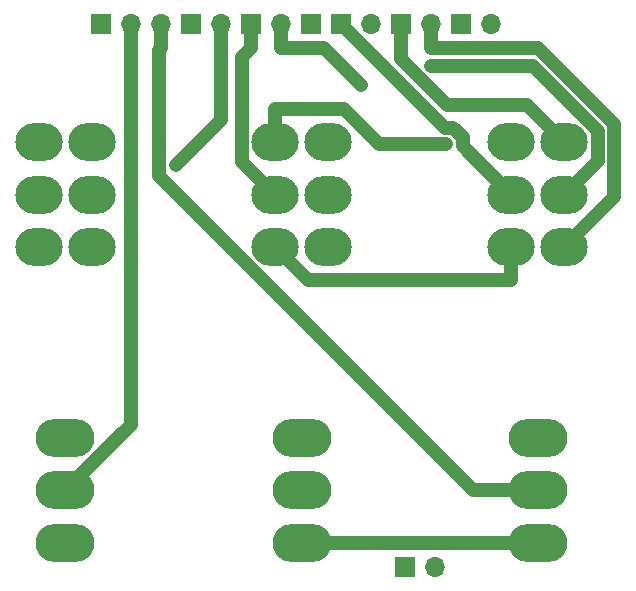
<source format=gbl>
G04 #@! TF.GenerationSoftware,KiCad,Pcbnew,5.1.10*
G04 #@! TF.CreationDate,2021-05-19T15:42:40-05:00*
G04 #@! TF.ProjectId,Power Board,506f7765-7220-4426-9f61-72642e6b6963,rev?*
G04 #@! TF.SameCoordinates,Original*
G04 #@! TF.FileFunction,Copper,L2,Bot*
G04 #@! TF.FilePolarity,Positive*
%FSLAX46Y46*%
G04 Gerber Fmt 4.6, Leading zero omitted, Abs format (unit mm)*
G04 Created by KiCad (PCBNEW 5.1.10) date 2021-05-19 15:42:40*
%MOMM*%
%LPD*%
G01*
G04 APERTURE LIST*
G04 #@! TA.AperFunction,ComponentPad*
%ADD10O,4.000000X3.200000*%
G04 #@! TD*
G04 #@! TA.AperFunction,ComponentPad*
%ADD11O,5.000000X3.200000*%
G04 #@! TD*
G04 #@! TA.AperFunction,ComponentPad*
%ADD12O,1.700000X1.700000*%
G04 #@! TD*
G04 #@! TA.AperFunction,ComponentPad*
%ADD13R,1.700000X1.700000*%
G04 #@! TD*
G04 #@! TA.AperFunction,ViaPad*
%ADD14C,0.800000*%
G04 #@! TD*
G04 #@! TA.AperFunction,Conductor*
%ADD15C,1.200000*%
G04 #@! TD*
G04 APERTURE END LIST*
D10*
X45250000Y-136050000D03*
X45250000Y-140500000D03*
X45250000Y-144950000D03*
X49750000Y-140500000D03*
X49750000Y-144950000D03*
X49750000Y-136050000D03*
X69750000Y-144950000D03*
X69750000Y-140500000D03*
X69750000Y-136050000D03*
X65250000Y-140500000D03*
X65250000Y-136050000D03*
X65250000Y-144950000D03*
D11*
X67500000Y-169950000D03*
X67500000Y-165500000D03*
X67500000Y-161050000D03*
X47500000Y-169950000D03*
X47500000Y-165500000D03*
X47500000Y-161050000D03*
D12*
X55580000Y-126000000D03*
X53040000Y-126000000D03*
D13*
X50500000Y-126000000D03*
D12*
X65740000Y-126000000D03*
D13*
X63200000Y-126000000D03*
D12*
X73360000Y-126000000D03*
D13*
X70820000Y-126000000D03*
D11*
X87500000Y-169950000D03*
X87500000Y-165500000D03*
X87500000Y-161050000D03*
D10*
X89750000Y-144950000D03*
X89750000Y-140500000D03*
X89750000Y-136050000D03*
X85250000Y-140500000D03*
X85250000Y-136050000D03*
X85250000Y-144950000D03*
D12*
X83520000Y-126000000D03*
D13*
X80980000Y-126000000D03*
D12*
X78440000Y-126000000D03*
D13*
X75900000Y-126000000D03*
X68280000Y-126000000D03*
D12*
X60660000Y-126000000D03*
D13*
X58120000Y-126000000D03*
D12*
X78790000Y-172000000D03*
D13*
X76250000Y-172000000D03*
D14*
X56830100Y-137957700D03*
X72571700Y-131219200D03*
X78440000Y-129555100D03*
X79756300Y-136207600D03*
D15*
X60660000Y-126000000D02*
X60660000Y-134127800D01*
X60660000Y-134127800D02*
X56830100Y-137957700D01*
X93983200Y-134503400D02*
X87529800Y-128050000D01*
X87529800Y-128050000D02*
X78440000Y-128050000D01*
X89750000Y-144950000D02*
X93983200Y-140716800D01*
X93983200Y-140716800D02*
X93983200Y-134503400D01*
X78440000Y-126000000D02*
X78440000Y-128050000D01*
X75900000Y-128995400D02*
X75900000Y-128050000D01*
X89750000Y-136050000D02*
X86601100Y-132901100D01*
X86601100Y-132901100D02*
X79805700Y-132901100D01*
X79805700Y-132901100D02*
X75900000Y-128995400D01*
X75900000Y-126000000D02*
X75900000Y-128050000D01*
X65740000Y-128050000D02*
X69402500Y-128050000D01*
X65740000Y-126000000D02*
X65740000Y-128050000D01*
X69402500Y-128050000D02*
X72571700Y-131219200D01*
X62442100Y-128807900D02*
X62442100Y-137692100D01*
X63200000Y-128050000D02*
X62442100Y-128807900D01*
X62442100Y-137692100D02*
X65250000Y-140500000D01*
X63200000Y-126000000D02*
X63200000Y-128050000D01*
X87054600Y-129555100D02*
X92582900Y-135083400D01*
X78440000Y-129555100D02*
X87054600Y-129555100D01*
X92582900Y-135083400D02*
X92582900Y-137667100D01*
X92582900Y-137667100D02*
X89750000Y-140500000D01*
X81156600Y-135627500D02*
X80336400Y-134807300D01*
X80336400Y-134807300D02*
X79627300Y-134807300D01*
X79627300Y-134807300D02*
X70820000Y-126000000D01*
X81156600Y-136406600D02*
X81156600Y-135627500D01*
X85250000Y-140500000D02*
X81156600Y-136406600D01*
X55429800Y-138941200D02*
X81988600Y-165500000D01*
X55580000Y-128050000D02*
X55429800Y-128200200D01*
X55429800Y-128200200D02*
X55429800Y-138941200D01*
X55580000Y-126000000D02*
X55580000Y-128050000D01*
X81988600Y-165500000D02*
X87500000Y-165500000D01*
X53040000Y-126000000D02*
X53040000Y-128050000D01*
X53040000Y-128050000D02*
X53040000Y-159960000D01*
X53040000Y-159960000D02*
X47500000Y-165500000D01*
X74072500Y-136207600D02*
X79756300Y-136207600D01*
X71114900Y-133250000D02*
X74072500Y-136207600D01*
X65250000Y-133250000D02*
X71114900Y-133250000D01*
X65250000Y-136050000D02*
X65250000Y-133250000D01*
X68050000Y-147750000D02*
X85250000Y-147750000D01*
X65250000Y-144950000D02*
X68050000Y-147750000D01*
X85250000Y-144950000D02*
X85250000Y-147750000D01*
X67500000Y-169950000D02*
X87500000Y-169950000D01*
M02*

</source>
